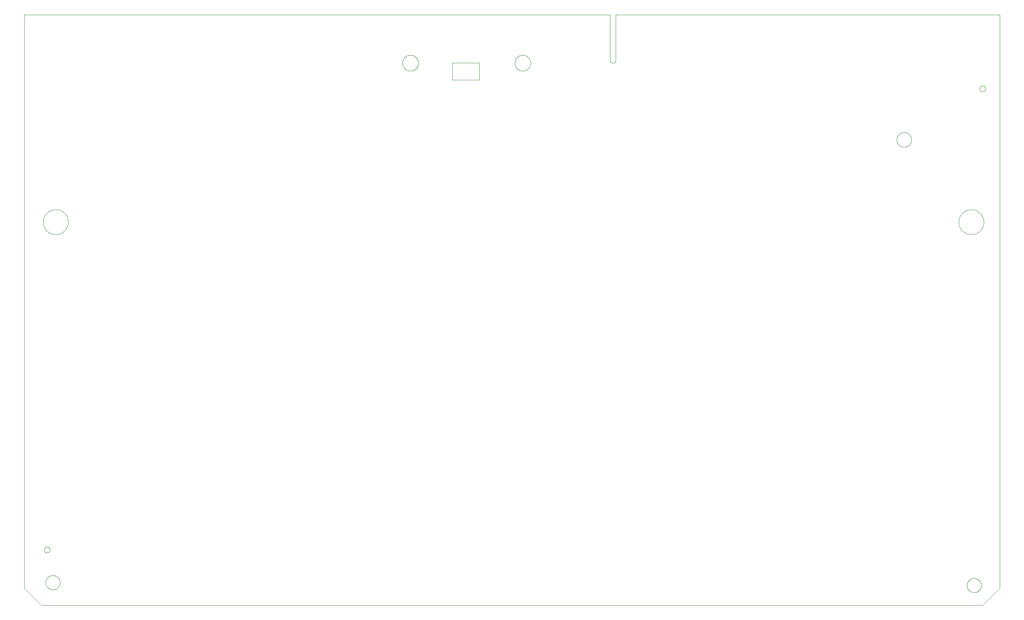
<source format=gko>
G75*
%MOIN*%
%OFA0B0*%
%FSLAX25Y25*%
%IPPOS*%
%LPD*%
%AMOC8*
5,1,8,0,0,1.08239X$1,22.5*
%
%ADD10C,0.00000*%
D10*
X0022600Y0007600D02*
X0007600Y0022600D01*
X0007600Y0527600D01*
X0480100Y0527600D01*
X0522600Y0527600D01*
X0522600Y0487600D01*
X0525100Y0485100D02*
X0525198Y0485102D01*
X0525296Y0485108D01*
X0525394Y0485117D01*
X0525491Y0485131D01*
X0525588Y0485148D01*
X0525684Y0485169D01*
X0525779Y0485194D01*
X0525873Y0485222D01*
X0525965Y0485255D01*
X0526057Y0485290D01*
X0526147Y0485330D01*
X0526235Y0485372D01*
X0526322Y0485419D01*
X0526406Y0485468D01*
X0526489Y0485521D01*
X0526569Y0485577D01*
X0526648Y0485637D01*
X0526724Y0485699D01*
X0526797Y0485764D01*
X0526868Y0485832D01*
X0526936Y0485903D01*
X0527001Y0485976D01*
X0527063Y0486052D01*
X0527123Y0486131D01*
X0527179Y0486211D01*
X0527232Y0486294D01*
X0527281Y0486378D01*
X0527328Y0486465D01*
X0527370Y0486553D01*
X0527410Y0486643D01*
X0527445Y0486735D01*
X0527478Y0486827D01*
X0527506Y0486921D01*
X0527531Y0487016D01*
X0527552Y0487112D01*
X0527569Y0487209D01*
X0527583Y0487306D01*
X0527592Y0487404D01*
X0527598Y0487502D01*
X0527600Y0487600D01*
X0527600Y0527600D01*
X0760100Y0527600D01*
X0865100Y0527600D01*
X0865100Y0022600D01*
X0850100Y0007600D01*
X0022600Y0007600D01*
X0026301Y0027600D02*
X0026303Y0027758D01*
X0026309Y0027916D01*
X0026319Y0028074D01*
X0026333Y0028232D01*
X0026351Y0028389D01*
X0026372Y0028546D01*
X0026398Y0028702D01*
X0026428Y0028858D01*
X0026461Y0029013D01*
X0026499Y0029166D01*
X0026540Y0029319D01*
X0026585Y0029471D01*
X0026634Y0029622D01*
X0026687Y0029771D01*
X0026743Y0029919D01*
X0026803Y0030065D01*
X0026867Y0030210D01*
X0026935Y0030353D01*
X0027006Y0030495D01*
X0027080Y0030635D01*
X0027158Y0030772D01*
X0027240Y0030908D01*
X0027324Y0031042D01*
X0027413Y0031173D01*
X0027504Y0031302D01*
X0027599Y0031429D01*
X0027696Y0031554D01*
X0027797Y0031676D01*
X0027901Y0031795D01*
X0028008Y0031912D01*
X0028118Y0032026D01*
X0028231Y0032137D01*
X0028346Y0032246D01*
X0028464Y0032351D01*
X0028585Y0032453D01*
X0028708Y0032553D01*
X0028834Y0032649D01*
X0028962Y0032742D01*
X0029092Y0032832D01*
X0029225Y0032918D01*
X0029360Y0033002D01*
X0029496Y0033081D01*
X0029635Y0033158D01*
X0029776Y0033230D01*
X0029918Y0033300D01*
X0030062Y0033365D01*
X0030208Y0033427D01*
X0030355Y0033485D01*
X0030504Y0033540D01*
X0030654Y0033591D01*
X0030805Y0033638D01*
X0030957Y0033681D01*
X0031110Y0033720D01*
X0031265Y0033756D01*
X0031420Y0033787D01*
X0031576Y0033815D01*
X0031732Y0033839D01*
X0031889Y0033859D01*
X0032047Y0033875D01*
X0032204Y0033887D01*
X0032363Y0033895D01*
X0032521Y0033899D01*
X0032679Y0033899D01*
X0032837Y0033895D01*
X0032996Y0033887D01*
X0033153Y0033875D01*
X0033311Y0033859D01*
X0033468Y0033839D01*
X0033624Y0033815D01*
X0033780Y0033787D01*
X0033935Y0033756D01*
X0034090Y0033720D01*
X0034243Y0033681D01*
X0034395Y0033638D01*
X0034546Y0033591D01*
X0034696Y0033540D01*
X0034845Y0033485D01*
X0034992Y0033427D01*
X0035138Y0033365D01*
X0035282Y0033300D01*
X0035424Y0033230D01*
X0035565Y0033158D01*
X0035704Y0033081D01*
X0035840Y0033002D01*
X0035975Y0032918D01*
X0036108Y0032832D01*
X0036238Y0032742D01*
X0036366Y0032649D01*
X0036492Y0032553D01*
X0036615Y0032453D01*
X0036736Y0032351D01*
X0036854Y0032246D01*
X0036969Y0032137D01*
X0037082Y0032026D01*
X0037192Y0031912D01*
X0037299Y0031795D01*
X0037403Y0031676D01*
X0037504Y0031554D01*
X0037601Y0031429D01*
X0037696Y0031302D01*
X0037787Y0031173D01*
X0037876Y0031042D01*
X0037960Y0030908D01*
X0038042Y0030772D01*
X0038120Y0030635D01*
X0038194Y0030495D01*
X0038265Y0030353D01*
X0038333Y0030210D01*
X0038397Y0030065D01*
X0038457Y0029919D01*
X0038513Y0029771D01*
X0038566Y0029622D01*
X0038615Y0029471D01*
X0038660Y0029319D01*
X0038701Y0029166D01*
X0038739Y0029013D01*
X0038772Y0028858D01*
X0038802Y0028702D01*
X0038828Y0028546D01*
X0038849Y0028389D01*
X0038867Y0028232D01*
X0038881Y0028074D01*
X0038891Y0027916D01*
X0038897Y0027758D01*
X0038899Y0027600D01*
X0038897Y0027442D01*
X0038891Y0027284D01*
X0038881Y0027126D01*
X0038867Y0026968D01*
X0038849Y0026811D01*
X0038828Y0026654D01*
X0038802Y0026498D01*
X0038772Y0026342D01*
X0038739Y0026187D01*
X0038701Y0026034D01*
X0038660Y0025881D01*
X0038615Y0025729D01*
X0038566Y0025578D01*
X0038513Y0025429D01*
X0038457Y0025281D01*
X0038397Y0025135D01*
X0038333Y0024990D01*
X0038265Y0024847D01*
X0038194Y0024705D01*
X0038120Y0024565D01*
X0038042Y0024428D01*
X0037960Y0024292D01*
X0037876Y0024158D01*
X0037787Y0024027D01*
X0037696Y0023898D01*
X0037601Y0023771D01*
X0037504Y0023646D01*
X0037403Y0023524D01*
X0037299Y0023405D01*
X0037192Y0023288D01*
X0037082Y0023174D01*
X0036969Y0023063D01*
X0036854Y0022954D01*
X0036736Y0022849D01*
X0036615Y0022747D01*
X0036492Y0022647D01*
X0036366Y0022551D01*
X0036238Y0022458D01*
X0036108Y0022368D01*
X0035975Y0022282D01*
X0035840Y0022198D01*
X0035704Y0022119D01*
X0035565Y0022042D01*
X0035424Y0021970D01*
X0035282Y0021900D01*
X0035138Y0021835D01*
X0034992Y0021773D01*
X0034845Y0021715D01*
X0034696Y0021660D01*
X0034546Y0021609D01*
X0034395Y0021562D01*
X0034243Y0021519D01*
X0034090Y0021480D01*
X0033935Y0021444D01*
X0033780Y0021413D01*
X0033624Y0021385D01*
X0033468Y0021361D01*
X0033311Y0021341D01*
X0033153Y0021325D01*
X0032996Y0021313D01*
X0032837Y0021305D01*
X0032679Y0021301D01*
X0032521Y0021301D01*
X0032363Y0021305D01*
X0032204Y0021313D01*
X0032047Y0021325D01*
X0031889Y0021341D01*
X0031732Y0021361D01*
X0031576Y0021385D01*
X0031420Y0021413D01*
X0031265Y0021444D01*
X0031110Y0021480D01*
X0030957Y0021519D01*
X0030805Y0021562D01*
X0030654Y0021609D01*
X0030504Y0021660D01*
X0030355Y0021715D01*
X0030208Y0021773D01*
X0030062Y0021835D01*
X0029918Y0021900D01*
X0029776Y0021970D01*
X0029635Y0022042D01*
X0029496Y0022119D01*
X0029360Y0022198D01*
X0029225Y0022282D01*
X0029092Y0022368D01*
X0028962Y0022458D01*
X0028834Y0022551D01*
X0028708Y0022647D01*
X0028585Y0022747D01*
X0028464Y0022849D01*
X0028346Y0022954D01*
X0028231Y0023063D01*
X0028118Y0023174D01*
X0028008Y0023288D01*
X0027901Y0023405D01*
X0027797Y0023524D01*
X0027696Y0023646D01*
X0027599Y0023771D01*
X0027504Y0023898D01*
X0027413Y0024027D01*
X0027324Y0024158D01*
X0027240Y0024292D01*
X0027158Y0024428D01*
X0027080Y0024565D01*
X0027006Y0024705D01*
X0026935Y0024847D01*
X0026867Y0024990D01*
X0026803Y0025135D01*
X0026743Y0025281D01*
X0026687Y0025429D01*
X0026634Y0025578D01*
X0026585Y0025729D01*
X0026540Y0025881D01*
X0026499Y0026034D01*
X0026461Y0026187D01*
X0026428Y0026342D01*
X0026398Y0026498D01*
X0026372Y0026654D01*
X0026351Y0026811D01*
X0026333Y0026968D01*
X0026319Y0027126D01*
X0026309Y0027284D01*
X0026303Y0027442D01*
X0026301Y0027600D01*
X0025041Y0056350D02*
X0025043Y0056451D01*
X0025049Y0056552D01*
X0025059Y0056653D01*
X0025073Y0056753D01*
X0025091Y0056852D01*
X0025113Y0056951D01*
X0025138Y0057049D01*
X0025168Y0057146D01*
X0025201Y0057241D01*
X0025238Y0057335D01*
X0025279Y0057428D01*
X0025323Y0057519D01*
X0025371Y0057608D01*
X0025423Y0057695D01*
X0025478Y0057780D01*
X0025536Y0057862D01*
X0025597Y0057943D01*
X0025662Y0058021D01*
X0025729Y0058096D01*
X0025799Y0058168D01*
X0025873Y0058238D01*
X0025949Y0058305D01*
X0026027Y0058369D01*
X0026108Y0058429D01*
X0026191Y0058486D01*
X0026277Y0058540D01*
X0026365Y0058591D01*
X0026454Y0058638D01*
X0026545Y0058682D01*
X0026638Y0058721D01*
X0026733Y0058758D01*
X0026828Y0058790D01*
X0026925Y0058819D01*
X0027024Y0058843D01*
X0027122Y0058864D01*
X0027222Y0058881D01*
X0027322Y0058894D01*
X0027423Y0058903D01*
X0027524Y0058908D01*
X0027625Y0058909D01*
X0027726Y0058906D01*
X0027827Y0058899D01*
X0027928Y0058888D01*
X0028028Y0058873D01*
X0028127Y0058854D01*
X0028226Y0058831D01*
X0028323Y0058805D01*
X0028420Y0058774D01*
X0028515Y0058740D01*
X0028608Y0058702D01*
X0028701Y0058660D01*
X0028791Y0058615D01*
X0028880Y0058566D01*
X0028966Y0058514D01*
X0029050Y0058458D01*
X0029133Y0058399D01*
X0029212Y0058337D01*
X0029290Y0058272D01*
X0029364Y0058204D01*
X0029436Y0058132D01*
X0029505Y0058059D01*
X0029571Y0057982D01*
X0029634Y0057903D01*
X0029694Y0057821D01*
X0029750Y0057737D01*
X0029803Y0057651D01*
X0029853Y0057563D01*
X0029899Y0057473D01*
X0029942Y0057382D01*
X0029981Y0057288D01*
X0030016Y0057193D01*
X0030047Y0057097D01*
X0030075Y0057000D01*
X0030099Y0056902D01*
X0030119Y0056803D01*
X0030135Y0056703D01*
X0030147Y0056602D01*
X0030155Y0056502D01*
X0030159Y0056401D01*
X0030159Y0056299D01*
X0030155Y0056198D01*
X0030147Y0056098D01*
X0030135Y0055997D01*
X0030119Y0055897D01*
X0030099Y0055798D01*
X0030075Y0055700D01*
X0030047Y0055603D01*
X0030016Y0055507D01*
X0029981Y0055412D01*
X0029942Y0055318D01*
X0029899Y0055227D01*
X0029853Y0055137D01*
X0029803Y0055049D01*
X0029750Y0054963D01*
X0029694Y0054879D01*
X0029634Y0054797D01*
X0029571Y0054718D01*
X0029505Y0054641D01*
X0029436Y0054568D01*
X0029364Y0054496D01*
X0029290Y0054428D01*
X0029212Y0054363D01*
X0029133Y0054301D01*
X0029050Y0054242D01*
X0028966Y0054186D01*
X0028879Y0054134D01*
X0028791Y0054085D01*
X0028701Y0054040D01*
X0028608Y0053998D01*
X0028515Y0053960D01*
X0028420Y0053926D01*
X0028323Y0053895D01*
X0028226Y0053869D01*
X0028127Y0053846D01*
X0028028Y0053827D01*
X0027928Y0053812D01*
X0027827Y0053801D01*
X0027726Y0053794D01*
X0027625Y0053791D01*
X0027524Y0053792D01*
X0027423Y0053797D01*
X0027322Y0053806D01*
X0027222Y0053819D01*
X0027122Y0053836D01*
X0027024Y0053857D01*
X0026925Y0053881D01*
X0026828Y0053910D01*
X0026733Y0053942D01*
X0026638Y0053979D01*
X0026545Y0054018D01*
X0026454Y0054062D01*
X0026365Y0054109D01*
X0026277Y0054160D01*
X0026191Y0054214D01*
X0026108Y0054271D01*
X0026027Y0054331D01*
X0025949Y0054395D01*
X0025873Y0054462D01*
X0025799Y0054532D01*
X0025729Y0054604D01*
X0025662Y0054679D01*
X0025597Y0054757D01*
X0025536Y0054838D01*
X0025478Y0054920D01*
X0025423Y0055005D01*
X0025371Y0055092D01*
X0025323Y0055181D01*
X0025279Y0055272D01*
X0025238Y0055365D01*
X0025201Y0055459D01*
X0025168Y0055554D01*
X0025138Y0055651D01*
X0025113Y0055749D01*
X0025091Y0055848D01*
X0025073Y0055947D01*
X0025059Y0056047D01*
X0025049Y0056148D01*
X0025043Y0056249D01*
X0025041Y0056350D01*
X0024100Y0345100D02*
X0024103Y0345370D01*
X0024113Y0345640D01*
X0024130Y0345909D01*
X0024153Y0346178D01*
X0024183Y0346447D01*
X0024219Y0346714D01*
X0024262Y0346981D01*
X0024311Y0347246D01*
X0024367Y0347510D01*
X0024430Y0347773D01*
X0024498Y0348034D01*
X0024574Y0348293D01*
X0024655Y0348550D01*
X0024743Y0348806D01*
X0024837Y0349059D01*
X0024937Y0349310D01*
X0025044Y0349558D01*
X0025156Y0349803D01*
X0025275Y0350046D01*
X0025399Y0350285D01*
X0025529Y0350522D01*
X0025665Y0350755D01*
X0025807Y0350985D01*
X0025954Y0351211D01*
X0026107Y0351434D01*
X0026265Y0351653D01*
X0026428Y0351868D01*
X0026597Y0352078D01*
X0026771Y0352285D01*
X0026950Y0352487D01*
X0027133Y0352685D01*
X0027322Y0352878D01*
X0027515Y0353067D01*
X0027713Y0353250D01*
X0027915Y0353429D01*
X0028122Y0353603D01*
X0028332Y0353772D01*
X0028547Y0353935D01*
X0028766Y0354093D01*
X0028989Y0354246D01*
X0029215Y0354393D01*
X0029445Y0354535D01*
X0029678Y0354671D01*
X0029915Y0354801D01*
X0030154Y0354925D01*
X0030397Y0355044D01*
X0030642Y0355156D01*
X0030890Y0355263D01*
X0031141Y0355363D01*
X0031394Y0355457D01*
X0031650Y0355545D01*
X0031907Y0355626D01*
X0032166Y0355702D01*
X0032427Y0355770D01*
X0032690Y0355833D01*
X0032954Y0355889D01*
X0033219Y0355938D01*
X0033486Y0355981D01*
X0033753Y0356017D01*
X0034022Y0356047D01*
X0034291Y0356070D01*
X0034560Y0356087D01*
X0034830Y0356097D01*
X0035100Y0356100D01*
X0035370Y0356097D01*
X0035640Y0356087D01*
X0035909Y0356070D01*
X0036178Y0356047D01*
X0036447Y0356017D01*
X0036714Y0355981D01*
X0036981Y0355938D01*
X0037246Y0355889D01*
X0037510Y0355833D01*
X0037773Y0355770D01*
X0038034Y0355702D01*
X0038293Y0355626D01*
X0038550Y0355545D01*
X0038806Y0355457D01*
X0039059Y0355363D01*
X0039310Y0355263D01*
X0039558Y0355156D01*
X0039803Y0355044D01*
X0040046Y0354925D01*
X0040285Y0354801D01*
X0040522Y0354671D01*
X0040755Y0354535D01*
X0040985Y0354393D01*
X0041211Y0354246D01*
X0041434Y0354093D01*
X0041653Y0353935D01*
X0041868Y0353772D01*
X0042078Y0353603D01*
X0042285Y0353429D01*
X0042487Y0353250D01*
X0042685Y0353067D01*
X0042878Y0352878D01*
X0043067Y0352685D01*
X0043250Y0352487D01*
X0043429Y0352285D01*
X0043603Y0352078D01*
X0043772Y0351868D01*
X0043935Y0351653D01*
X0044093Y0351434D01*
X0044246Y0351211D01*
X0044393Y0350985D01*
X0044535Y0350755D01*
X0044671Y0350522D01*
X0044801Y0350285D01*
X0044925Y0350046D01*
X0045044Y0349803D01*
X0045156Y0349558D01*
X0045263Y0349310D01*
X0045363Y0349059D01*
X0045457Y0348806D01*
X0045545Y0348550D01*
X0045626Y0348293D01*
X0045702Y0348034D01*
X0045770Y0347773D01*
X0045833Y0347510D01*
X0045889Y0347246D01*
X0045938Y0346981D01*
X0045981Y0346714D01*
X0046017Y0346447D01*
X0046047Y0346178D01*
X0046070Y0345909D01*
X0046087Y0345640D01*
X0046097Y0345370D01*
X0046100Y0345100D01*
X0046097Y0344830D01*
X0046087Y0344560D01*
X0046070Y0344291D01*
X0046047Y0344022D01*
X0046017Y0343753D01*
X0045981Y0343486D01*
X0045938Y0343219D01*
X0045889Y0342954D01*
X0045833Y0342690D01*
X0045770Y0342427D01*
X0045702Y0342166D01*
X0045626Y0341907D01*
X0045545Y0341650D01*
X0045457Y0341394D01*
X0045363Y0341141D01*
X0045263Y0340890D01*
X0045156Y0340642D01*
X0045044Y0340397D01*
X0044925Y0340154D01*
X0044801Y0339915D01*
X0044671Y0339678D01*
X0044535Y0339445D01*
X0044393Y0339215D01*
X0044246Y0338989D01*
X0044093Y0338766D01*
X0043935Y0338547D01*
X0043772Y0338332D01*
X0043603Y0338122D01*
X0043429Y0337915D01*
X0043250Y0337713D01*
X0043067Y0337515D01*
X0042878Y0337322D01*
X0042685Y0337133D01*
X0042487Y0336950D01*
X0042285Y0336771D01*
X0042078Y0336597D01*
X0041868Y0336428D01*
X0041653Y0336265D01*
X0041434Y0336107D01*
X0041211Y0335954D01*
X0040985Y0335807D01*
X0040755Y0335665D01*
X0040522Y0335529D01*
X0040285Y0335399D01*
X0040046Y0335275D01*
X0039803Y0335156D01*
X0039558Y0335044D01*
X0039310Y0334937D01*
X0039059Y0334837D01*
X0038806Y0334743D01*
X0038550Y0334655D01*
X0038293Y0334574D01*
X0038034Y0334498D01*
X0037773Y0334430D01*
X0037510Y0334367D01*
X0037246Y0334311D01*
X0036981Y0334262D01*
X0036714Y0334219D01*
X0036447Y0334183D01*
X0036178Y0334153D01*
X0035909Y0334130D01*
X0035640Y0334113D01*
X0035370Y0334103D01*
X0035100Y0334100D01*
X0034830Y0334103D01*
X0034560Y0334113D01*
X0034291Y0334130D01*
X0034022Y0334153D01*
X0033753Y0334183D01*
X0033486Y0334219D01*
X0033219Y0334262D01*
X0032954Y0334311D01*
X0032690Y0334367D01*
X0032427Y0334430D01*
X0032166Y0334498D01*
X0031907Y0334574D01*
X0031650Y0334655D01*
X0031394Y0334743D01*
X0031141Y0334837D01*
X0030890Y0334937D01*
X0030642Y0335044D01*
X0030397Y0335156D01*
X0030154Y0335275D01*
X0029915Y0335399D01*
X0029678Y0335529D01*
X0029445Y0335665D01*
X0029215Y0335807D01*
X0028989Y0335954D01*
X0028766Y0336107D01*
X0028547Y0336265D01*
X0028332Y0336428D01*
X0028122Y0336597D01*
X0027915Y0336771D01*
X0027713Y0336950D01*
X0027515Y0337133D01*
X0027322Y0337322D01*
X0027133Y0337515D01*
X0026950Y0337713D01*
X0026771Y0337915D01*
X0026597Y0338122D01*
X0026428Y0338332D01*
X0026265Y0338547D01*
X0026107Y0338766D01*
X0025954Y0338989D01*
X0025807Y0339215D01*
X0025665Y0339445D01*
X0025529Y0339678D01*
X0025399Y0339915D01*
X0025275Y0340154D01*
X0025156Y0340397D01*
X0025044Y0340642D01*
X0024937Y0340890D01*
X0024837Y0341141D01*
X0024743Y0341394D01*
X0024655Y0341650D01*
X0024574Y0341907D01*
X0024498Y0342166D01*
X0024430Y0342427D01*
X0024367Y0342690D01*
X0024311Y0342954D01*
X0024262Y0343219D01*
X0024219Y0343486D01*
X0024183Y0343753D01*
X0024153Y0344022D01*
X0024130Y0344291D01*
X0024113Y0344560D01*
X0024103Y0344830D01*
X0024100Y0345100D01*
X0339975Y0485100D02*
X0339977Y0485272D01*
X0339983Y0485443D01*
X0339994Y0485615D01*
X0340009Y0485786D01*
X0340028Y0485957D01*
X0340051Y0486127D01*
X0340078Y0486297D01*
X0340110Y0486466D01*
X0340145Y0486634D01*
X0340185Y0486801D01*
X0340229Y0486967D01*
X0340276Y0487132D01*
X0340328Y0487296D01*
X0340384Y0487458D01*
X0340444Y0487619D01*
X0340508Y0487779D01*
X0340576Y0487937D01*
X0340647Y0488093D01*
X0340722Y0488247D01*
X0340802Y0488400D01*
X0340884Y0488550D01*
X0340971Y0488699D01*
X0341061Y0488845D01*
X0341155Y0488989D01*
X0341252Y0489131D01*
X0341353Y0489270D01*
X0341457Y0489407D01*
X0341564Y0489541D01*
X0341675Y0489672D01*
X0341788Y0489801D01*
X0341905Y0489927D01*
X0342025Y0490050D01*
X0342148Y0490170D01*
X0342274Y0490287D01*
X0342403Y0490400D01*
X0342534Y0490511D01*
X0342668Y0490618D01*
X0342805Y0490722D01*
X0342944Y0490823D01*
X0343086Y0490920D01*
X0343230Y0491014D01*
X0343376Y0491104D01*
X0343525Y0491191D01*
X0343675Y0491273D01*
X0343828Y0491353D01*
X0343982Y0491428D01*
X0344138Y0491499D01*
X0344296Y0491567D01*
X0344456Y0491631D01*
X0344617Y0491691D01*
X0344779Y0491747D01*
X0344943Y0491799D01*
X0345108Y0491846D01*
X0345274Y0491890D01*
X0345441Y0491930D01*
X0345609Y0491965D01*
X0345778Y0491997D01*
X0345948Y0492024D01*
X0346118Y0492047D01*
X0346289Y0492066D01*
X0346460Y0492081D01*
X0346632Y0492092D01*
X0346803Y0492098D01*
X0346975Y0492100D01*
X0347147Y0492098D01*
X0347318Y0492092D01*
X0347490Y0492081D01*
X0347661Y0492066D01*
X0347832Y0492047D01*
X0348002Y0492024D01*
X0348172Y0491997D01*
X0348341Y0491965D01*
X0348509Y0491930D01*
X0348676Y0491890D01*
X0348842Y0491846D01*
X0349007Y0491799D01*
X0349171Y0491747D01*
X0349333Y0491691D01*
X0349494Y0491631D01*
X0349654Y0491567D01*
X0349812Y0491499D01*
X0349968Y0491428D01*
X0350122Y0491353D01*
X0350275Y0491273D01*
X0350425Y0491191D01*
X0350574Y0491104D01*
X0350720Y0491014D01*
X0350864Y0490920D01*
X0351006Y0490823D01*
X0351145Y0490722D01*
X0351282Y0490618D01*
X0351416Y0490511D01*
X0351547Y0490400D01*
X0351676Y0490287D01*
X0351802Y0490170D01*
X0351925Y0490050D01*
X0352045Y0489927D01*
X0352162Y0489801D01*
X0352275Y0489672D01*
X0352386Y0489541D01*
X0352493Y0489407D01*
X0352597Y0489270D01*
X0352698Y0489131D01*
X0352795Y0488989D01*
X0352889Y0488845D01*
X0352979Y0488699D01*
X0353066Y0488550D01*
X0353148Y0488400D01*
X0353228Y0488247D01*
X0353303Y0488093D01*
X0353374Y0487937D01*
X0353442Y0487779D01*
X0353506Y0487619D01*
X0353566Y0487458D01*
X0353622Y0487296D01*
X0353674Y0487132D01*
X0353721Y0486967D01*
X0353765Y0486801D01*
X0353805Y0486634D01*
X0353840Y0486466D01*
X0353872Y0486297D01*
X0353899Y0486127D01*
X0353922Y0485957D01*
X0353941Y0485786D01*
X0353956Y0485615D01*
X0353967Y0485443D01*
X0353973Y0485272D01*
X0353975Y0485100D01*
X0353973Y0484928D01*
X0353967Y0484757D01*
X0353956Y0484585D01*
X0353941Y0484414D01*
X0353922Y0484243D01*
X0353899Y0484073D01*
X0353872Y0483903D01*
X0353840Y0483734D01*
X0353805Y0483566D01*
X0353765Y0483399D01*
X0353721Y0483233D01*
X0353674Y0483068D01*
X0353622Y0482904D01*
X0353566Y0482742D01*
X0353506Y0482581D01*
X0353442Y0482421D01*
X0353374Y0482263D01*
X0353303Y0482107D01*
X0353228Y0481953D01*
X0353148Y0481800D01*
X0353066Y0481650D01*
X0352979Y0481501D01*
X0352889Y0481355D01*
X0352795Y0481211D01*
X0352698Y0481069D01*
X0352597Y0480930D01*
X0352493Y0480793D01*
X0352386Y0480659D01*
X0352275Y0480528D01*
X0352162Y0480399D01*
X0352045Y0480273D01*
X0351925Y0480150D01*
X0351802Y0480030D01*
X0351676Y0479913D01*
X0351547Y0479800D01*
X0351416Y0479689D01*
X0351282Y0479582D01*
X0351145Y0479478D01*
X0351006Y0479377D01*
X0350864Y0479280D01*
X0350720Y0479186D01*
X0350574Y0479096D01*
X0350425Y0479009D01*
X0350275Y0478927D01*
X0350122Y0478847D01*
X0349968Y0478772D01*
X0349812Y0478701D01*
X0349654Y0478633D01*
X0349494Y0478569D01*
X0349333Y0478509D01*
X0349171Y0478453D01*
X0349007Y0478401D01*
X0348842Y0478354D01*
X0348676Y0478310D01*
X0348509Y0478270D01*
X0348341Y0478235D01*
X0348172Y0478203D01*
X0348002Y0478176D01*
X0347832Y0478153D01*
X0347661Y0478134D01*
X0347490Y0478119D01*
X0347318Y0478108D01*
X0347147Y0478102D01*
X0346975Y0478100D01*
X0346803Y0478102D01*
X0346632Y0478108D01*
X0346460Y0478119D01*
X0346289Y0478134D01*
X0346118Y0478153D01*
X0345948Y0478176D01*
X0345778Y0478203D01*
X0345609Y0478235D01*
X0345441Y0478270D01*
X0345274Y0478310D01*
X0345108Y0478354D01*
X0344943Y0478401D01*
X0344779Y0478453D01*
X0344617Y0478509D01*
X0344456Y0478569D01*
X0344296Y0478633D01*
X0344138Y0478701D01*
X0343982Y0478772D01*
X0343828Y0478847D01*
X0343675Y0478927D01*
X0343525Y0479009D01*
X0343376Y0479096D01*
X0343230Y0479186D01*
X0343086Y0479280D01*
X0342944Y0479377D01*
X0342805Y0479478D01*
X0342668Y0479582D01*
X0342534Y0479689D01*
X0342403Y0479800D01*
X0342274Y0479913D01*
X0342148Y0480030D01*
X0342025Y0480150D01*
X0341905Y0480273D01*
X0341788Y0480399D01*
X0341675Y0480528D01*
X0341564Y0480659D01*
X0341457Y0480793D01*
X0341353Y0480930D01*
X0341252Y0481069D01*
X0341155Y0481211D01*
X0341061Y0481355D01*
X0340971Y0481501D01*
X0340884Y0481650D01*
X0340802Y0481800D01*
X0340722Y0481953D01*
X0340647Y0482107D01*
X0340576Y0482263D01*
X0340508Y0482421D01*
X0340444Y0482581D01*
X0340384Y0482742D01*
X0340328Y0482904D01*
X0340276Y0483068D01*
X0340229Y0483233D01*
X0340185Y0483399D01*
X0340145Y0483566D01*
X0340110Y0483734D01*
X0340078Y0483903D01*
X0340051Y0484073D01*
X0340028Y0484243D01*
X0340009Y0484414D01*
X0339994Y0484585D01*
X0339983Y0484757D01*
X0339977Y0484928D01*
X0339975Y0485100D01*
X0383850Y0485100D02*
X0383850Y0470100D01*
X0407600Y0470100D01*
X0407600Y0485100D01*
X0383850Y0485100D01*
X0438725Y0485100D02*
X0438727Y0485272D01*
X0438733Y0485443D01*
X0438744Y0485615D01*
X0438759Y0485786D01*
X0438778Y0485957D01*
X0438801Y0486127D01*
X0438828Y0486297D01*
X0438860Y0486466D01*
X0438895Y0486634D01*
X0438935Y0486801D01*
X0438979Y0486967D01*
X0439026Y0487132D01*
X0439078Y0487296D01*
X0439134Y0487458D01*
X0439194Y0487619D01*
X0439258Y0487779D01*
X0439326Y0487937D01*
X0439397Y0488093D01*
X0439472Y0488247D01*
X0439552Y0488400D01*
X0439634Y0488550D01*
X0439721Y0488699D01*
X0439811Y0488845D01*
X0439905Y0488989D01*
X0440002Y0489131D01*
X0440103Y0489270D01*
X0440207Y0489407D01*
X0440314Y0489541D01*
X0440425Y0489672D01*
X0440538Y0489801D01*
X0440655Y0489927D01*
X0440775Y0490050D01*
X0440898Y0490170D01*
X0441024Y0490287D01*
X0441153Y0490400D01*
X0441284Y0490511D01*
X0441418Y0490618D01*
X0441555Y0490722D01*
X0441694Y0490823D01*
X0441836Y0490920D01*
X0441980Y0491014D01*
X0442126Y0491104D01*
X0442275Y0491191D01*
X0442425Y0491273D01*
X0442578Y0491353D01*
X0442732Y0491428D01*
X0442888Y0491499D01*
X0443046Y0491567D01*
X0443206Y0491631D01*
X0443367Y0491691D01*
X0443529Y0491747D01*
X0443693Y0491799D01*
X0443858Y0491846D01*
X0444024Y0491890D01*
X0444191Y0491930D01*
X0444359Y0491965D01*
X0444528Y0491997D01*
X0444698Y0492024D01*
X0444868Y0492047D01*
X0445039Y0492066D01*
X0445210Y0492081D01*
X0445382Y0492092D01*
X0445553Y0492098D01*
X0445725Y0492100D01*
X0445897Y0492098D01*
X0446068Y0492092D01*
X0446240Y0492081D01*
X0446411Y0492066D01*
X0446582Y0492047D01*
X0446752Y0492024D01*
X0446922Y0491997D01*
X0447091Y0491965D01*
X0447259Y0491930D01*
X0447426Y0491890D01*
X0447592Y0491846D01*
X0447757Y0491799D01*
X0447921Y0491747D01*
X0448083Y0491691D01*
X0448244Y0491631D01*
X0448404Y0491567D01*
X0448562Y0491499D01*
X0448718Y0491428D01*
X0448872Y0491353D01*
X0449025Y0491273D01*
X0449175Y0491191D01*
X0449324Y0491104D01*
X0449470Y0491014D01*
X0449614Y0490920D01*
X0449756Y0490823D01*
X0449895Y0490722D01*
X0450032Y0490618D01*
X0450166Y0490511D01*
X0450297Y0490400D01*
X0450426Y0490287D01*
X0450552Y0490170D01*
X0450675Y0490050D01*
X0450795Y0489927D01*
X0450912Y0489801D01*
X0451025Y0489672D01*
X0451136Y0489541D01*
X0451243Y0489407D01*
X0451347Y0489270D01*
X0451448Y0489131D01*
X0451545Y0488989D01*
X0451639Y0488845D01*
X0451729Y0488699D01*
X0451816Y0488550D01*
X0451898Y0488400D01*
X0451978Y0488247D01*
X0452053Y0488093D01*
X0452124Y0487937D01*
X0452192Y0487779D01*
X0452256Y0487619D01*
X0452316Y0487458D01*
X0452372Y0487296D01*
X0452424Y0487132D01*
X0452471Y0486967D01*
X0452515Y0486801D01*
X0452555Y0486634D01*
X0452590Y0486466D01*
X0452622Y0486297D01*
X0452649Y0486127D01*
X0452672Y0485957D01*
X0452691Y0485786D01*
X0452706Y0485615D01*
X0452717Y0485443D01*
X0452723Y0485272D01*
X0452725Y0485100D01*
X0452723Y0484928D01*
X0452717Y0484757D01*
X0452706Y0484585D01*
X0452691Y0484414D01*
X0452672Y0484243D01*
X0452649Y0484073D01*
X0452622Y0483903D01*
X0452590Y0483734D01*
X0452555Y0483566D01*
X0452515Y0483399D01*
X0452471Y0483233D01*
X0452424Y0483068D01*
X0452372Y0482904D01*
X0452316Y0482742D01*
X0452256Y0482581D01*
X0452192Y0482421D01*
X0452124Y0482263D01*
X0452053Y0482107D01*
X0451978Y0481953D01*
X0451898Y0481800D01*
X0451816Y0481650D01*
X0451729Y0481501D01*
X0451639Y0481355D01*
X0451545Y0481211D01*
X0451448Y0481069D01*
X0451347Y0480930D01*
X0451243Y0480793D01*
X0451136Y0480659D01*
X0451025Y0480528D01*
X0450912Y0480399D01*
X0450795Y0480273D01*
X0450675Y0480150D01*
X0450552Y0480030D01*
X0450426Y0479913D01*
X0450297Y0479800D01*
X0450166Y0479689D01*
X0450032Y0479582D01*
X0449895Y0479478D01*
X0449756Y0479377D01*
X0449614Y0479280D01*
X0449470Y0479186D01*
X0449324Y0479096D01*
X0449175Y0479009D01*
X0449025Y0478927D01*
X0448872Y0478847D01*
X0448718Y0478772D01*
X0448562Y0478701D01*
X0448404Y0478633D01*
X0448244Y0478569D01*
X0448083Y0478509D01*
X0447921Y0478453D01*
X0447757Y0478401D01*
X0447592Y0478354D01*
X0447426Y0478310D01*
X0447259Y0478270D01*
X0447091Y0478235D01*
X0446922Y0478203D01*
X0446752Y0478176D01*
X0446582Y0478153D01*
X0446411Y0478134D01*
X0446240Y0478119D01*
X0446068Y0478108D01*
X0445897Y0478102D01*
X0445725Y0478100D01*
X0445553Y0478102D01*
X0445382Y0478108D01*
X0445210Y0478119D01*
X0445039Y0478134D01*
X0444868Y0478153D01*
X0444698Y0478176D01*
X0444528Y0478203D01*
X0444359Y0478235D01*
X0444191Y0478270D01*
X0444024Y0478310D01*
X0443858Y0478354D01*
X0443693Y0478401D01*
X0443529Y0478453D01*
X0443367Y0478509D01*
X0443206Y0478569D01*
X0443046Y0478633D01*
X0442888Y0478701D01*
X0442732Y0478772D01*
X0442578Y0478847D01*
X0442425Y0478927D01*
X0442275Y0479009D01*
X0442126Y0479096D01*
X0441980Y0479186D01*
X0441836Y0479280D01*
X0441694Y0479377D01*
X0441555Y0479478D01*
X0441418Y0479582D01*
X0441284Y0479689D01*
X0441153Y0479800D01*
X0441024Y0479913D01*
X0440898Y0480030D01*
X0440775Y0480150D01*
X0440655Y0480273D01*
X0440538Y0480399D01*
X0440425Y0480528D01*
X0440314Y0480659D01*
X0440207Y0480793D01*
X0440103Y0480930D01*
X0440002Y0481069D01*
X0439905Y0481211D01*
X0439811Y0481355D01*
X0439721Y0481501D01*
X0439634Y0481650D01*
X0439552Y0481800D01*
X0439472Y0481953D01*
X0439397Y0482107D01*
X0439326Y0482263D01*
X0439258Y0482421D01*
X0439194Y0482581D01*
X0439134Y0482742D01*
X0439078Y0482904D01*
X0439026Y0483068D01*
X0438979Y0483233D01*
X0438935Y0483399D01*
X0438895Y0483566D01*
X0438860Y0483734D01*
X0438828Y0483903D01*
X0438801Y0484073D01*
X0438778Y0484243D01*
X0438759Y0484414D01*
X0438744Y0484585D01*
X0438733Y0484757D01*
X0438727Y0484928D01*
X0438725Y0485100D01*
X0522600Y0487600D02*
X0522602Y0487502D01*
X0522608Y0487404D01*
X0522617Y0487306D01*
X0522631Y0487209D01*
X0522648Y0487112D01*
X0522669Y0487016D01*
X0522694Y0486921D01*
X0522722Y0486827D01*
X0522755Y0486735D01*
X0522790Y0486643D01*
X0522830Y0486553D01*
X0522872Y0486465D01*
X0522919Y0486378D01*
X0522968Y0486294D01*
X0523021Y0486211D01*
X0523077Y0486131D01*
X0523137Y0486052D01*
X0523199Y0485976D01*
X0523264Y0485903D01*
X0523332Y0485832D01*
X0523403Y0485764D01*
X0523476Y0485699D01*
X0523552Y0485637D01*
X0523631Y0485577D01*
X0523711Y0485521D01*
X0523794Y0485468D01*
X0523878Y0485419D01*
X0523965Y0485372D01*
X0524053Y0485330D01*
X0524143Y0485290D01*
X0524235Y0485255D01*
X0524327Y0485222D01*
X0524421Y0485194D01*
X0524516Y0485169D01*
X0524612Y0485148D01*
X0524709Y0485131D01*
X0524806Y0485117D01*
X0524904Y0485108D01*
X0525002Y0485102D01*
X0525100Y0485100D01*
X0774600Y0417600D02*
X0774602Y0417761D01*
X0774608Y0417921D01*
X0774618Y0418082D01*
X0774632Y0418242D01*
X0774650Y0418402D01*
X0774671Y0418561D01*
X0774697Y0418720D01*
X0774727Y0418878D01*
X0774760Y0419035D01*
X0774798Y0419192D01*
X0774839Y0419347D01*
X0774884Y0419501D01*
X0774933Y0419654D01*
X0774986Y0419806D01*
X0775042Y0419957D01*
X0775103Y0420106D01*
X0775166Y0420254D01*
X0775234Y0420400D01*
X0775305Y0420544D01*
X0775379Y0420686D01*
X0775457Y0420827D01*
X0775539Y0420965D01*
X0775624Y0421102D01*
X0775712Y0421236D01*
X0775804Y0421368D01*
X0775899Y0421498D01*
X0775997Y0421626D01*
X0776098Y0421751D01*
X0776202Y0421873D01*
X0776309Y0421993D01*
X0776419Y0422110D01*
X0776532Y0422225D01*
X0776648Y0422336D01*
X0776767Y0422445D01*
X0776888Y0422550D01*
X0777012Y0422653D01*
X0777138Y0422753D01*
X0777266Y0422849D01*
X0777397Y0422942D01*
X0777531Y0423032D01*
X0777666Y0423119D01*
X0777804Y0423202D01*
X0777943Y0423282D01*
X0778085Y0423358D01*
X0778228Y0423431D01*
X0778373Y0423500D01*
X0778520Y0423566D01*
X0778668Y0423628D01*
X0778818Y0423686D01*
X0778969Y0423741D01*
X0779122Y0423792D01*
X0779276Y0423839D01*
X0779431Y0423882D01*
X0779587Y0423921D01*
X0779743Y0423957D01*
X0779901Y0423988D01*
X0780059Y0424016D01*
X0780218Y0424040D01*
X0780378Y0424060D01*
X0780538Y0424076D01*
X0780698Y0424088D01*
X0780859Y0424096D01*
X0781020Y0424100D01*
X0781180Y0424100D01*
X0781341Y0424096D01*
X0781502Y0424088D01*
X0781662Y0424076D01*
X0781822Y0424060D01*
X0781982Y0424040D01*
X0782141Y0424016D01*
X0782299Y0423988D01*
X0782457Y0423957D01*
X0782613Y0423921D01*
X0782769Y0423882D01*
X0782924Y0423839D01*
X0783078Y0423792D01*
X0783231Y0423741D01*
X0783382Y0423686D01*
X0783532Y0423628D01*
X0783680Y0423566D01*
X0783827Y0423500D01*
X0783972Y0423431D01*
X0784115Y0423358D01*
X0784257Y0423282D01*
X0784396Y0423202D01*
X0784534Y0423119D01*
X0784669Y0423032D01*
X0784803Y0422942D01*
X0784934Y0422849D01*
X0785062Y0422753D01*
X0785188Y0422653D01*
X0785312Y0422550D01*
X0785433Y0422445D01*
X0785552Y0422336D01*
X0785668Y0422225D01*
X0785781Y0422110D01*
X0785891Y0421993D01*
X0785998Y0421873D01*
X0786102Y0421751D01*
X0786203Y0421626D01*
X0786301Y0421498D01*
X0786396Y0421368D01*
X0786488Y0421236D01*
X0786576Y0421102D01*
X0786661Y0420965D01*
X0786743Y0420827D01*
X0786821Y0420686D01*
X0786895Y0420544D01*
X0786966Y0420400D01*
X0787034Y0420254D01*
X0787097Y0420106D01*
X0787158Y0419957D01*
X0787214Y0419806D01*
X0787267Y0419654D01*
X0787316Y0419501D01*
X0787361Y0419347D01*
X0787402Y0419192D01*
X0787440Y0419035D01*
X0787473Y0418878D01*
X0787503Y0418720D01*
X0787529Y0418561D01*
X0787550Y0418402D01*
X0787568Y0418242D01*
X0787582Y0418082D01*
X0787592Y0417921D01*
X0787598Y0417761D01*
X0787600Y0417600D01*
X0787598Y0417439D01*
X0787592Y0417279D01*
X0787582Y0417118D01*
X0787568Y0416958D01*
X0787550Y0416798D01*
X0787529Y0416639D01*
X0787503Y0416480D01*
X0787473Y0416322D01*
X0787440Y0416165D01*
X0787402Y0416008D01*
X0787361Y0415853D01*
X0787316Y0415699D01*
X0787267Y0415546D01*
X0787214Y0415394D01*
X0787158Y0415243D01*
X0787097Y0415094D01*
X0787034Y0414946D01*
X0786966Y0414800D01*
X0786895Y0414656D01*
X0786821Y0414514D01*
X0786743Y0414373D01*
X0786661Y0414235D01*
X0786576Y0414098D01*
X0786488Y0413964D01*
X0786396Y0413832D01*
X0786301Y0413702D01*
X0786203Y0413574D01*
X0786102Y0413449D01*
X0785998Y0413327D01*
X0785891Y0413207D01*
X0785781Y0413090D01*
X0785668Y0412975D01*
X0785552Y0412864D01*
X0785433Y0412755D01*
X0785312Y0412650D01*
X0785188Y0412547D01*
X0785062Y0412447D01*
X0784934Y0412351D01*
X0784803Y0412258D01*
X0784669Y0412168D01*
X0784534Y0412081D01*
X0784396Y0411998D01*
X0784257Y0411918D01*
X0784115Y0411842D01*
X0783972Y0411769D01*
X0783827Y0411700D01*
X0783680Y0411634D01*
X0783532Y0411572D01*
X0783382Y0411514D01*
X0783231Y0411459D01*
X0783078Y0411408D01*
X0782924Y0411361D01*
X0782769Y0411318D01*
X0782613Y0411279D01*
X0782457Y0411243D01*
X0782299Y0411212D01*
X0782141Y0411184D01*
X0781982Y0411160D01*
X0781822Y0411140D01*
X0781662Y0411124D01*
X0781502Y0411112D01*
X0781341Y0411104D01*
X0781180Y0411100D01*
X0781020Y0411100D01*
X0780859Y0411104D01*
X0780698Y0411112D01*
X0780538Y0411124D01*
X0780378Y0411140D01*
X0780218Y0411160D01*
X0780059Y0411184D01*
X0779901Y0411212D01*
X0779743Y0411243D01*
X0779587Y0411279D01*
X0779431Y0411318D01*
X0779276Y0411361D01*
X0779122Y0411408D01*
X0778969Y0411459D01*
X0778818Y0411514D01*
X0778668Y0411572D01*
X0778520Y0411634D01*
X0778373Y0411700D01*
X0778228Y0411769D01*
X0778085Y0411842D01*
X0777943Y0411918D01*
X0777804Y0411998D01*
X0777666Y0412081D01*
X0777531Y0412168D01*
X0777397Y0412258D01*
X0777266Y0412351D01*
X0777138Y0412447D01*
X0777012Y0412547D01*
X0776888Y0412650D01*
X0776767Y0412755D01*
X0776648Y0412864D01*
X0776532Y0412975D01*
X0776419Y0413090D01*
X0776309Y0413207D01*
X0776202Y0413327D01*
X0776098Y0413449D01*
X0775997Y0413574D01*
X0775899Y0413702D01*
X0775804Y0413832D01*
X0775712Y0413964D01*
X0775624Y0414098D01*
X0775539Y0414235D01*
X0775457Y0414373D01*
X0775379Y0414514D01*
X0775305Y0414656D01*
X0775234Y0414800D01*
X0775166Y0414946D01*
X0775103Y0415094D01*
X0775042Y0415243D01*
X0774986Y0415394D01*
X0774933Y0415546D01*
X0774884Y0415699D01*
X0774839Y0415853D01*
X0774798Y0416008D01*
X0774760Y0416165D01*
X0774727Y0416322D01*
X0774697Y0416480D01*
X0774671Y0416639D01*
X0774650Y0416798D01*
X0774632Y0416958D01*
X0774618Y0417118D01*
X0774608Y0417279D01*
X0774602Y0417439D01*
X0774600Y0417600D01*
X0847541Y0462600D02*
X0847543Y0462701D01*
X0847549Y0462802D01*
X0847559Y0462903D01*
X0847573Y0463003D01*
X0847591Y0463102D01*
X0847613Y0463201D01*
X0847638Y0463299D01*
X0847668Y0463396D01*
X0847701Y0463491D01*
X0847738Y0463585D01*
X0847779Y0463678D01*
X0847823Y0463769D01*
X0847871Y0463858D01*
X0847923Y0463945D01*
X0847978Y0464030D01*
X0848036Y0464112D01*
X0848097Y0464193D01*
X0848162Y0464271D01*
X0848229Y0464346D01*
X0848299Y0464418D01*
X0848373Y0464488D01*
X0848449Y0464555D01*
X0848527Y0464619D01*
X0848608Y0464679D01*
X0848691Y0464736D01*
X0848777Y0464790D01*
X0848865Y0464841D01*
X0848954Y0464888D01*
X0849045Y0464932D01*
X0849138Y0464971D01*
X0849233Y0465008D01*
X0849328Y0465040D01*
X0849425Y0465069D01*
X0849524Y0465093D01*
X0849622Y0465114D01*
X0849722Y0465131D01*
X0849822Y0465144D01*
X0849923Y0465153D01*
X0850024Y0465158D01*
X0850125Y0465159D01*
X0850226Y0465156D01*
X0850327Y0465149D01*
X0850428Y0465138D01*
X0850528Y0465123D01*
X0850627Y0465104D01*
X0850726Y0465081D01*
X0850823Y0465055D01*
X0850920Y0465024D01*
X0851015Y0464990D01*
X0851108Y0464952D01*
X0851201Y0464910D01*
X0851291Y0464865D01*
X0851380Y0464816D01*
X0851466Y0464764D01*
X0851550Y0464708D01*
X0851633Y0464649D01*
X0851712Y0464587D01*
X0851790Y0464522D01*
X0851864Y0464454D01*
X0851936Y0464382D01*
X0852005Y0464309D01*
X0852071Y0464232D01*
X0852134Y0464153D01*
X0852194Y0464071D01*
X0852250Y0463987D01*
X0852303Y0463901D01*
X0852353Y0463813D01*
X0852399Y0463723D01*
X0852442Y0463632D01*
X0852481Y0463538D01*
X0852516Y0463443D01*
X0852547Y0463347D01*
X0852575Y0463250D01*
X0852599Y0463152D01*
X0852619Y0463053D01*
X0852635Y0462953D01*
X0852647Y0462852D01*
X0852655Y0462752D01*
X0852659Y0462651D01*
X0852659Y0462549D01*
X0852655Y0462448D01*
X0852647Y0462348D01*
X0852635Y0462247D01*
X0852619Y0462147D01*
X0852599Y0462048D01*
X0852575Y0461950D01*
X0852547Y0461853D01*
X0852516Y0461757D01*
X0852481Y0461662D01*
X0852442Y0461568D01*
X0852399Y0461477D01*
X0852353Y0461387D01*
X0852303Y0461299D01*
X0852250Y0461213D01*
X0852194Y0461129D01*
X0852134Y0461047D01*
X0852071Y0460968D01*
X0852005Y0460891D01*
X0851936Y0460818D01*
X0851864Y0460746D01*
X0851790Y0460678D01*
X0851712Y0460613D01*
X0851633Y0460551D01*
X0851550Y0460492D01*
X0851466Y0460436D01*
X0851379Y0460384D01*
X0851291Y0460335D01*
X0851201Y0460290D01*
X0851108Y0460248D01*
X0851015Y0460210D01*
X0850920Y0460176D01*
X0850823Y0460145D01*
X0850726Y0460119D01*
X0850627Y0460096D01*
X0850528Y0460077D01*
X0850428Y0460062D01*
X0850327Y0460051D01*
X0850226Y0460044D01*
X0850125Y0460041D01*
X0850024Y0460042D01*
X0849923Y0460047D01*
X0849822Y0460056D01*
X0849722Y0460069D01*
X0849622Y0460086D01*
X0849524Y0460107D01*
X0849425Y0460131D01*
X0849328Y0460160D01*
X0849233Y0460192D01*
X0849138Y0460229D01*
X0849045Y0460268D01*
X0848954Y0460312D01*
X0848865Y0460359D01*
X0848777Y0460410D01*
X0848691Y0460464D01*
X0848608Y0460521D01*
X0848527Y0460581D01*
X0848449Y0460645D01*
X0848373Y0460712D01*
X0848299Y0460782D01*
X0848229Y0460854D01*
X0848162Y0460929D01*
X0848097Y0461007D01*
X0848036Y0461088D01*
X0847978Y0461170D01*
X0847923Y0461255D01*
X0847871Y0461342D01*
X0847823Y0461431D01*
X0847779Y0461522D01*
X0847738Y0461615D01*
X0847701Y0461709D01*
X0847668Y0461804D01*
X0847638Y0461901D01*
X0847613Y0461999D01*
X0847591Y0462098D01*
X0847573Y0462197D01*
X0847559Y0462297D01*
X0847549Y0462398D01*
X0847543Y0462499D01*
X0847541Y0462600D01*
X0829100Y0345100D02*
X0829103Y0345370D01*
X0829113Y0345640D01*
X0829130Y0345909D01*
X0829153Y0346178D01*
X0829183Y0346447D01*
X0829219Y0346714D01*
X0829262Y0346981D01*
X0829311Y0347246D01*
X0829367Y0347510D01*
X0829430Y0347773D01*
X0829498Y0348034D01*
X0829574Y0348293D01*
X0829655Y0348550D01*
X0829743Y0348806D01*
X0829837Y0349059D01*
X0829937Y0349310D01*
X0830044Y0349558D01*
X0830156Y0349803D01*
X0830275Y0350046D01*
X0830399Y0350285D01*
X0830529Y0350522D01*
X0830665Y0350755D01*
X0830807Y0350985D01*
X0830954Y0351211D01*
X0831107Y0351434D01*
X0831265Y0351653D01*
X0831428Y0351868D01*
X0831597Y0352078D01*
X0831771Y0352285D01*
X0831950Y0352487D01*
X0832133Y0352685D01*
X0832322Y0352878D01*
X0832515Y0353067D01*
X0832713Y0353250D01*
X0832915Y0353429D01*
X0833122Y0353603D01*
X0833332Y0353772D01*
X0833547Y0353935D01*
X0833766Y0354093D01*
X0833989Y0354246D01*
X0834215Y0354393D01*
X0834445Y0354535D01*
X0834678Y0354671D01*
X0834915Y0354801D01*
X0835154Y0354925D01*
X0835397Y0355044D01*
X0835642Y0355156D01*
X0835890Y0355263D01*
X0836141Y0355363D01*
X0836394Y0355457D01*
X0836650Y0355545D01*
X0836907Y0355626D01*
X0837166Y0355702D01*
X0837427Y0355770D01*
X0837690Y0355833D01*
X0837954Y0355889D01*
X0838219Y0355938D01*
X0838486Y0355981D01*
X0838753Y0356017D01*
X0839022Y0356047D01*
X0839291Y0356070D01*
X0839560Y0356087D01*
X0839830Y0356097D01*
X0840100Y0356100D01*
X0840370Y0356097D01*
X0840640Y0356087D01*
X0840909Y0356070D01*
X0841178Y0356047D01*
X0841447Y0356017D01*
X0841714Y0355981D01*
X0841981Y0355938D01*
X0842246Y0355889D01*
X0842510Y0355833D01*
X0842773Y0355770D01*
X0843034Y0355702D01*
X0843293Y0355626D01*
X0843550Y0355545D01*
X0843806Y0355457D01*
X0844059Y0355363D01*
X0844310Y0355263D01*
X0844558Y0355156D01*
X0844803Y0355044D01*
X0845046Y0354925D01*
X0845285Y0354801D01*
X0845522Y0354671D01*
X0845755Y0354535D01*
X0845985Y0354393D01*
X0846211Y0354246D01*
X0846434Y0354093D01*
X0846653Y0353935D01*
X0846868Y0353772D01*
X0847078Y0353603D01*
X0847285Y0353429D01*
X0847487Y0353250D01*
X0847685Y0353067D01*
X0847878Y0352878D01*
X0848067Y0352685D01*
X0848250Y0352487D01*
X0848429Y0352285D01*
X0848603Y0352078D01*
X0848772Y0351868D01*
X0848935Y0351653D01*
X0849093Y0351434D01*
X0849246Y0351211D01*
X0849393Y0350985D01*
X0849535Y0350755D01*
X0849671Y0350522D01*
X0849801Y0350285D01*
X0849925Y0350046D01*
X0850044Y0349803D01*
X0850156Y0349558D01*
X0850263Y0349310D01*
X0850363Y0349059D01*
X0850457Y0348806D01*
X0850545Y0348550D01*
X0850626Y0348293D01*
X0850702Y0348034D01*
X0850770Y0347773D01*
X0850833Y0347510D01*
X0850889Y0347246D01*
X0850938Y0346981D01*
X0850981Y0346714D01*
X0851017Y0346447D01*
X0851047Y0346178D01*
X0851070Y0345909D01*
X0851087Y0345640D01*
X0851097Y0345370D01*
X0851100Y0345100D01*
X0851097Y0344830D01*
X0851087Y0344560D01*
X0851070Y0344291D01*
X0851047Y0344022D01*
X0851017Y0343753D01*
X0850981Y0343486D01*
X0850938Y0343219D01*
X0850889Y0342954D01*
X0850833Y0342690D01*
X0850770Y0342427D01*
X0850702Y0342166D01*
X0850626Y0341907D01*
X0850545Y0341650D01*
X0850457Y0341394D01*
X0850363Y0341141D01*
X0850263Y0340890D01*
X0850156Y0340642D01*
X0850044Y0340397D01*
X0849925Y0340154D01*
X0849801Y0339915D01*
X0849671Y0339678D01*
X0849535Y0339445D01*
X0849393Y0339215D01*
X0849246Y0338989D01*
X0849093Y0338766D01*
X0848935Y0338547D01*
X0848772Y0338332D01*
X0848603Y0338122D01*
X0848429Y0337915D01*
X0848250Y0337713D01*
X0848067Y0337515D01*
X0847878Y0337322D01*
X0847685Y0337133D01*
X0847487Y0336950D01*
X0847285Y0336771D01*
X0847078Y0336597D01*
X0846868Y0336428D01*
X0846653Y0336265D01*
X0846434Y0336107D01*
X0846211Y0335954D01*
X0845985Y0335807D01*
X0845755Y0335665D01*
X0845522Y0335529D01*
X0845285Y0335399D01*
X0845046Y0335275D01*
X0844803Y0335156D01*
X0844558Y0335044D01*
X0844310Y0334937D01*
X0844059Y0334837D01*
X0843806Y0334743D01*
X0843550Y0334655D01*
X0843293Y0334574D01*
X0843034Y0334498D01*
X0842773Y0334430D01*
X0842510Y0334367D01*
X0842246Y0334311D01*
X0841981Y0334262D01*
X0841714Y0334219D01*
X0841447Y0334183D01*
X0841178Y0334153D01*
X0840909Y0334130D01*
X0840640Y0334113D01*
X0840370Y0334103D01*
X0840100Y0334100D01*
X0839830Y0334103D01*
X0839560Y0334113D01*
X0839291Y0334130D01*
X0839022Y0334153D01*
X0838753Y0334183D01*
X0838486Y0334219D01*
X0838219Y0334262D01*
X0837954Y0334311D01*
X0837690Y0334367D01*
X0837427Y0334430D01*
X0837166Y0334498D01*
X0836907Y0334574D01*
X0836650Y0334655D01*
X0836394Y0334743D01*
X0836141Y0334837D01*
X0835890Y0334937D01*
X0835642Y0335044D01*
X0835397Y0335156D01*
X0835154Y0335275D01*
X0834915Y0335399D01*
X0834678Y0335529D01*
X0834445Y0335665D01*
X0834215Y0335807D01*
X0833989Y0335954D01*
X0833766Y0336107D01*
X0833547Y0336265D01*
X0833332Y0336428D01*
X0833122Y0336597D01*
X0832915Y0336771D01*
X0832713Y0336950D01*
X0832515Y0337133D01*
X0832322Y0337322D01*
X0832133Y0337515D01*
X0831950Y0337713D01*
X0831771Y0337915D01*
X0831597Y0338122D01*
X0831428Y0338332D01*
X0831265Y0338547D01*
X0831107Y0338766D01*
X0830954Y0338989D01*
X0830807Y0339215D01*
X0830665Y0339445D01*
X0830529Y0339678D01*
X0830399Y0339915D01*
X0830275Y0340154D01*
X0830156Y0340397D01*
X0830044Y0340642D01*
X0829937Y0340890D01*
X0829837Y0341141D01*
X0829743Y0341394D01*
X0829655Y0341650D01*
X0829574Y0341907D01*
X0829498Y0342166D01*
X0829430Y0342427D01*
X0829367Y0342690D01*
X0829311Y0342954D01*
X0829262Y0343219D01*
X0829219Y0343486D01*
X0829183Y0343753D01*
X0829153Y0344022D01*
X0829130Y0344291D01*
X0829113Y0344560D01*
X0829103Y0344830D01*
X0829100Y0345100D01*
X0836301Y0025100D02*
X0836303Y0025258D01*
X0836309Y0025416D01*
X0836319Y0025574D01*
X0836333Y0025732D01*
X0836351Y0025889D01*
X0836372Y0026046D01*
X0836398Y0026202D01*
X0836428Y0026358D01*
X0836461Y0026513D01*
X0836499Y0026666D01*
X0836540Y0026819D01*
X0836585Y0026971D01*
X0836634Y0027122D01*
X0836687Y0027271D01*
X0836743Y0027419D01*
X0836803Y0027565D01*
X0836867Y0027710D01*
X0836935Y0027853D01*
X0837006Y0027995D01*
X0837080Y0028135D01*
X0837158Y0028272D01*
X0837240Y0028408D01*
X0837324Y0028542D01*
X0837413Y0028673D01*
X0837504Y0028802D01*
X0837599Y0028929D01*
X0837696Y0029054D01*
X0837797Y0029176D01*
X0837901Y0029295D01*
X0838008Y0029412D01*
X0838118Y0029526D01*
X0838231Y0029637D01*
X0838346Y0029746D01*
X0838464Y0029851D01*
X0838585Y0029953D01*
X0838708Y0030053D01*
X0838834Y0030149D01*
X0838962Y0030242D01*
X0839092Y0030332D01*
X0839225Y0030418D01*
X0839360Y0030502D01*
X0839496Y0030581D01*
X0839635Y0030658D01*
X0839776Y0030730D01*
X0839918Y0030800D01*
X0840062Y0030865D01*
X0840208Y0030927D01*
X0840355Y0030985D01*
X0840504Y0031040D01*
X0840654Y0031091D01*
X0840805Y0031138D01*
X0840957Y0031181D01*
X0841110Y0031220D01*
X0841265Y0031256D01*
X0841420Y0031287D01*
X0841576Y0031315D01*
X0841732Y0031339D01*
X0841889Y0031359D01*
X0842047Y0031375D01*
X0842204Y0031387D01*
X0842363Y0031395D01*
X0842521Y0031399D01*
X0842679Y0031399D01*
X0842837Y0031395D01*
X0842996Y0031387D01*
X0843153Y0031375D01*
X0843311Y0031359D01*
X0843468Y0031339D01*
X0843624Y0031315D01*
X0843780Y0031287D01*
X0843935Y0031256D01*
X0844090Y0031220D01*
X0844243Y0031181D01*
X0844395Y0031138D01*
X0844546Y0031091D01*
X0844696Y0031040D01*
X0844845Y0030985D01*
X0844992Y0030927D01*
X0845138Y0030865D01*
X0845282Y0030800D01*
X0845424Y0030730D01*
X0845565Y0030658D01*
X0845704Y0030581D01*
X0845840Y0030502D01*
X0845975Y0030418D01*
X0846108Y0030332D01*
X0846238Y0030242D01*
X0846366Y0030149D01*
X0846492Y0030053D01*
X0846615Y0029953D01*
X0846736Y0029851D01*
X0846854Y0029746D01*
X0846969Y0029637D01*
X0847082Y0029526D01*
X0847192Y0029412D01*
X0847299Y0029295D01*
X0847403Y0029176D01*
X0847504Y0029054D01*
X0847601Y0028929D01*
X0847696Y0028802D01*
X0847787Y0028673D01*
X0847876Y0028542D01*
X0847960Y0028408D01*
X0848042Y0028272D01*
X0848120Y0028135D01*
X0848194Y0027995D01*
X0848265Y0027853D01*
X0848333Y0027710D01*
X0848397Y0027565D01*
X0848457Y0027419D01*
X0848513Y0027271D01*
X0848566Y0027122D01*
X0848615Y0026971D01*
X0848660Y0026819D01*
X0848701Y0026666D01*
X0848739Y0026513D01*
X0848772Y0026358D01*
X0848802Y0026202D01*
X0848828Y0026046D01*
X0848849Y0025889D01*
X0848867Y0025732D01*
X0848881Y0025574D01*
X0848891Y0025416D01*
X0848897Y0025258D01*
X0848899Y0025100D01*
X0848897Y0024942D01*
X0848891Y0024784D01*
X0848881Y0024626D01*
X0848867Y0024468D01*
X0848849Y0024311D01*
X0848828Y0024154D01*
X0848802Y0023998D01*
X0848772Y0023842D01*
X0848739Y0023687D01*
X0848701Y0023534D01*
X0848660Y0023381D01*
X0848615Y0023229D01*
X0848566Y0023078D01*
X0848513Y0022929D01*
X0848457Y0022781D01*
X0848397Y0022635D01*
X0848333Y0022490D01*
X0848265Y0022347D01*
X0848194Y0022205D01*
X0848120Y0022065D01*
X0848042Y0021928D01*
X0847960Y0021792D01*
X0847876Y0021658D01*
X0847787Y0021527D01*
X0847696Y0021398D01*
X0847601Y0021271D01*
X0847504Y0021146D01*
X0847403Y0021024D01*
X0847299Y0020905D01*
X0847192Y0020788D01*
X0847082Y0020674D01*
X0846969Y0020563D01*
X0846854Y0020454D01*
X0846736Y0020349D01*
X0846615Y0020247D01*
X0846492Y0020147D01*
X0846366Y0020051D01*
X0846238Y0019958D01*
X0846108Y0019868D01*
X0845975Y0019782D01*
X0845840Y0019698D01*
X0845704Y0019619D01*
X0845565Y0019542D01*
X0845424Y0019470D01*
X0845282Y0019400D01*
X0845138Y0019335D01*
X0844992Y0019273D01*
X0844845Y0019215D01*
X0844696Y0019160D01*
X0844546Y0019109D01*
X0844395Y0019062D01*
X0844243Y0019019D01*
X0844090Y0018980D01*
X0843935Y0018944D01*
X0843780Y0018913D01*
X0843624Y0018885D01*
X0843468Y0018861D01*
X0843311Y0018841D01*
X0843153Y0018825D01*
X0842996Y0018813D01*
X0842837Y0018805D01*
X0842679Y0018801D01*
X0842521Y0018801D01*
X0842363Y0018805D01*
X0842204Y0018813D01*
X0842047Y0018825D01*
X0841889Y0018841D01*
X0841732Y0018861D01*
X0841576Y0018885D01*
X0841420Y0018913D01*
X0841265Y0018944D01*
X0841110Y0018980D01*
X0840957Y0019019D01*
X0840805Y0019062D01*
X0840654Y0019109D01*
X0840504Y0019160D01*
X0840355Y0019215D01*
X0840208Y0019273D01*
X0840062Y0019335D01*
X0839918Y0019400D01*
X0839776Y0019470D01*
X0839635Y0019542D01*
X0839496Y0019619D01*
X0839360Y0019698D01*
X0839225Y0019782D01*
X0839092Y0019868D01*
X0838962Y0019958D01*
X0838834Y0020051D01*
X0838708Y0020147D01*
X0838585Y0020247D01*
X0838464Y0020349D01*
X0838346Y0020454D01*
X0838231Y0020563D01*
X0838118Y0020674D01*
X0838008Y0020788D01*
X0837901Y0020905D01*
X0837797Y0021024D01*
X0837696Y0021146D01*
X0837599Y0021271D01*
X0837504Y0021398D01*
X0837413Y0021527D01*
X0837324Y0021658D01*
X0837240Y0021792D01*
X0837158Y0021928D01*
X0837080Y0022065D01*
X0837006Y0022205D01*
X0836935Y0022347D01*
X0836867Y0022490D01*
X0836803Y0022635D01*
X0836743Y0022781D01*
X0836687Y0022929D01*
X0836634Y0023078D01*
X0836585Y0023229D01*
X0836540Y0023381D01*
X0836499Y0023534D01*
X0836461Y0023687D01*
X0836428Y0023842D01*
X0836398Y0023998D01*
X0836372Y0024154D01*
X0836351Y0024311D01*
X0836333Y0024468D01*
X0836319Y0024626D01*
X0836309Y0024784D01*
X0836303Y0024942D01*
X0836301Y0025100D01*
M02*

</source>
